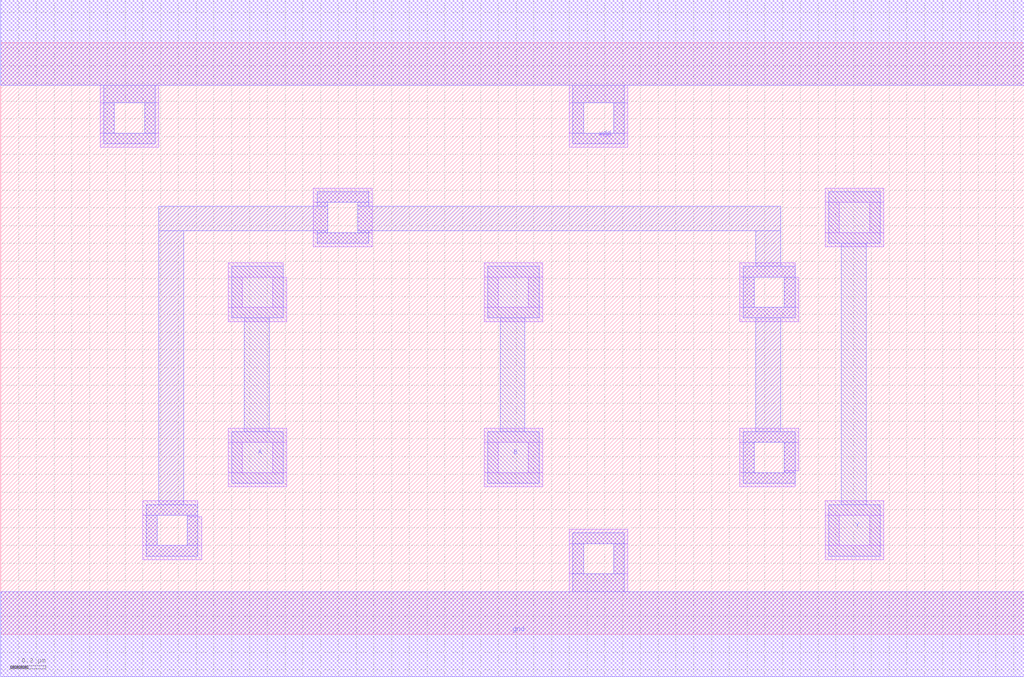
<source format=lef>
VERSION 5.7 ;
  NOWIREEXTENSIONATPIN ON ;
  DIVIDERCHAR "/" ;
  BUSBITCHARS "[]" ;
MACRO AND2X2
  CLASS CORE ;
  FOREIGN AND2X2 ;
  ORIGIN 0.000 0.000 ;
  SIZE 5.760 BY 3.330 ;
  SYMMETRY X Y R90 ;
  SITE unit ;
  PIN vdd
    DIRECTION INOUT ;
    USE POWER ;
    SHAPE ABUTMENT ;
    PORT
      LAYER met1 ;
        RECT 0.000 3.090 5.760 3.570 ;
        RECT 0.580 2.990 0.870 3.090 ;
        RECT 0.580 2.820 0.640 2.990 ;
        RECT 0.810 2.820 0.870 2.990 ;
        RECT 0.580 2.760 0.870 2.820 ;
        RECT 3.220 2.990 3.510 3.090 ;
        RECT 3.220 2.820 3.280 2.990 ;
        RECT 3.450 2.820 3.510 2.990 ;
        RECT 3.220 2.760 3.510 2.820 ;
    END
    PORT
      LAYER li1 ;
        RECT 0.000 3.090 5.760 3.570 ;
        RECT 0.560 2.990 0.890 3.090 ;
        RECT 0.560 2.820 0.640 2.990 ;
        RECT 0.810 2.820 0.890 2.990 ;
        RECT 0.560 2.740 0.890 2.820 ;
        RECT 3.200 2.990 3.530 3.090 ;
        RECT 3.200 2.820 3.280 2.990 ;
        RECT 3.450 2.820 3.530 2.990 ;
        RECT 3.200 2.740 3.530 2.820 ;
    END
  END vdd
  PIN gnd
    DIRECTION INOUT ;
    USE GROUND ;
    SHAPE ABUTMENT ;
    PORT
      LAYER met1 ;
        RECT 3.220 0.510 3.510 0.570 ;
        RECT 3.220 0.340 3.280 0.510 ;
        RECT 3.450 0.340 3.510 0.510 ;
        RECT 3.220 0.240 3.510 0.340 ;
        RECT 0.000 -0.240 5.760 0.240 ;
    END
    PORT
      LAYER li1 ;
        RECT 3.200 0.510 3.530 0.590 ;
        RECT 3.200 0.340 3.280 0.510 ;
        RECT 3.450 0.340 3.530 0.510 ;
        RECT 3.200 0.240 3.530 0.340 ;
        RECT 0.000 -0.240 5.760 0.240 ;
    END
  END gnd
  PIN Y
    DIRECTION INOUT ;
    USE SIGNAL ;
    SHAPE ABUTMENT ;
    PORT
      LAYER met1 ;
        RECT 4.660 2.200 4.950 2.490 ;
        RECT 4.730 0.730 4.870 2.200 ;
        RECT 4.660 0.440 4.950 0.730 ;
    END
  END Y
  PIN A
    DIRECTION INOUT ;
    USE SIGNAL ;
    SHAPE ABUTMENT ;
    PORT
      LAYER met1 ;
        RECT 1.300 1.780 1.590 2.070 ;
        RECT 1.370 1.140 1.510 1.780 ;
        RECT 1.300 0.850 1.590 1.140 ;
    END
  END A
  PIN B
    DIRECTION INOUT ;
    USE SIGNAL ;
    SHAPE ABUTMENT ;
    PORT
      LAYER met1 ;
        RECT 2.740 1.780 3.030 2.070 ;
        RECT 2.810 1.140 2.950 1.780 ;
        RECT 2.740 0.850 3.030 1.140 ;
    END
  END B
  OBS
      LAYER li1 ;
        RECT 1.760 2.430 2.090 2.510 ;
        RECT 1.760 2.260 1.840 2.430 ;
        RECT 2.010 2.260 2.090 2.430 ;
        RECT 1.760 2.180 2.090 2.260 ;
        RECT 4.640 2.430 4.970 2.510 ;
        RECT 4.640 2.260 4.720 2.430 ;
        RECT 4.890 2.260 4.970 2.430 ;
        RECT 4.640 2.180 4.970 2.260 ;
        RECT 1.280 2.010 1.590 2.090 ;
        RECT 2.720 2.010 3.050 2.090 ;
        RECT 1.280 1.840 1.360 2.010 ;
        RECT 1.530 1.840 1.610 2.010 ;
        RECT 1.280 1.760 1.610 1.840 ;
        RECT 2.720 1.840 2.800 2.010 ;
        RECT 2.970 1.840 3.050 2.010 ;
        RECT 2.720 1.760 3.050 1.840 ;
        RECT 4.160 2.010 4.470 2.090 ;
        RECT 4.160 1.840 4.240 2.010 ;
        RECT 4.410 1.840 4.490 2.010 ;
        RECT 4.160 1.760 4.490 1.840 ;
        RECT 1.280 1.080 1.610 1.160 ;
        RECT 1.280 0.910 1.360 1.080 ;
        RECT 1.530 0.910 1.610 1.080 ;
        RECT 1.280 0.830 1.610 0.910 ;
        RECT 2.720 1.080 3.050 1.160 ;
        RECT 2.720 0.910 2.800 1.080 ;
        RECT 2.970 0.910 3.050 1.080 ;
        RECT 2.720 0.830 3.050 0.910 ;
        RECT 4.160 1.080 4.490 1.160 ;
        RECT 4.160 0.910 4.240 1.080 ;
        RECT 4.410 0.920 4.490 1.080 ;
        RECT 4.410 0.910 4.470 0.920 ;
        RECT 4.160 0.830 4.470 0.910 ;
        RECT 0.800 0.670 1.110 0.750 ;
        RECT 0.800 0.500 0.880 0.670 ;
        RECT 1.050 0.660 1.110 0.670 ;
        RECT 4.640 0.670 4.970 0.750 ;
        RECT 1.050 0.500 1.130 0.660 ;
        RECT 0.800 0.420 1.130 0.500 ;
        RECT 4.640 0.500 4.720 0.670 ;
        RECT 4.890 0.500 4.970 0.670 ;
        RECT 4.640 0.420 4.970 0.500 ;
      LAYER met1 ;
        RECT 1.780 2.430 2.070 2.490 ;
        RECT 1.780 2.410 1.840 2.430 ;
        RECT 0.890 2.270 1.840 2.410 ;
        RECT 0.890 0.730 1.030 2.270 ;
        RECT 1.780 2.260 1.840 2.270 ;
        RECT 2.010 2.410 2.070 2.430 ;
        RECT 2.010 2.270 4.390 2.410 ;
        RECT 2.010 2.260 2.070 2.270 ;
        RECT 1.780 2.200 2.070 2.260 ;
        RECT 4.250 2.070 4.390 2.270 ;
        RECT 4.180 2.010 4.470 2.070 ;
        RECT 4.180 1.840 4.240 2.010 ;
        RECT 4.410 1.840 4.470 2.010 ;
        RECT 4.180 1.780 4.470 1.840 ;
        RECT 4.250 1.140 4.390 1.780 ;
        RECT 4.180 1.080 4.470 1.140 ;
        RECT 4.180 0.910 4.240 1.080 ;
        RECT 4.410 0.910 4.470 1.080 ;
        RECT 4.180 0.850 4.470 0.910 ;
        RECT 0.820 0.670 1.110 0.730 ;
        RECT 0.820 0.500 0.880 0.670 ;
        RECT 1.050 0.500 1.110 0.670 ;
        RECT 0.820 0.440 1.110 0.500 ;
  END
END AND2X2
END LIBRARY


</source>
